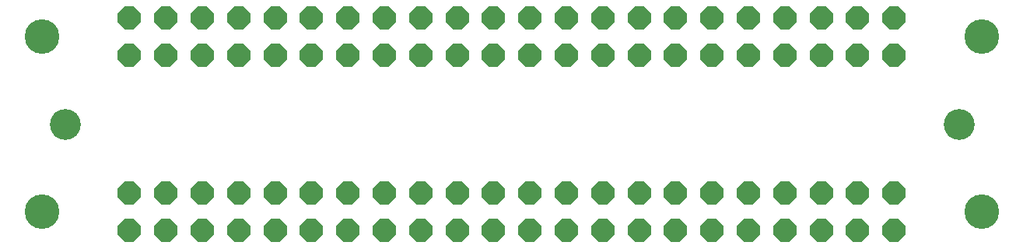
<source format=gbs>
G04 EAGLE Gerber RS-274X export*
G75*
%MOMM*%
%FSLAX34Y34*%
%LPD*%
%INSoldermask Bottom*%
%IPPOS*%
%AMOC8*
5,1,8,0,0,1.08239X$1,22.5*%
G01*
%ADD10C,3.352800*%
%ADD11P,2.694285X8X202.500000*%
%ADD12P,2.694285X8X22.500000*%
%ADD13C,3.759200*%


D10*
X63500Y146050D03*
X1035812Y146050D03*
D11*
X568960Y261620D03*
X568960Y220980D03*
X608584Y261620D03*
X648208Y261620D03*
X687832Y261620D03*
X727456Y261620D03*
X767080Y261620D03*
X806704Y261620D03*
X846328Y261620D03*
X885952Y261620D03*
X925576Y261620D03*
X965200Y261620D03*
X608584Y220980D03*
X648208Y220980D03*
X687832Y220980D03*
X727456Y220980D03*
X767080Y220980D03*
X806704Y220980D03*
X846328Y220980D03*
X885952Y220980D03*
X925576Y220980D03*
X965200Y220980D03*
D12*
X529336Y220980D03*
X529336Y261620D03*
X489712Y220980D03*
X450088Y220980D03*
X410464Y220980D03*
X370840Y220980D03*
X331216Y220980D03*
X291592Y220980D03*
X251968Y220980D03*
X212344Y220980D03*
X172720Y220980D03*
X133096Y220980D03*
X489712Y261620D03*
X450088Y261620D03*
X410464Y261620D03*
X370840Y261620D03*
X331216Y261620D03*
X291592Y261620D03*
X251968Y261620D03*
X212344Y261620D03*
X172720Y261620D03*
X133096Y261620D03*
D13*
X37592Y241300D03*
X1060704Y241300D03*
D11*
X568960Y71120D03*
X568960Y30480D03*
X608584Y71120D03*
X648208Y71120D03*
X687832Y71120D03*
X727456Y71120D03*
X767080Y71120D03*
X806704Y71120D03*
X846328Y71120D03*
X885952Y71120D03*
X925576Y71120D03*
X965200Y71120D03*
X608584Y30480D03*
X648208Y30480D03*
X687832Y30480D03*
X727456Y30480D03*
X767080Y30480D03*
X806704Y30480D03*
X846328Y30480D03*
X885952Y30480D03*
X925576Y30480D03*
X965200Y30480D03*
D12*
X529336Y30480D03*
X529336Y71120D03*
X489712Y30480D03*
X450088Y30480D03*
X410464Y30480D03*
X370840Y30480D03*
X331216Y30480D03*
X291592Y30480D03*
X251968Y30480D03*
X212344Y30480D03*
X172720Y30480D03*
X133096Y30480D03*
X489712Y71120D03*
X450088Y71120D03*
X410464Y71120D03*
X370840Y71120D03*
X331216Y71120D03*
X291592Y71120D03*
X251968Y71120D03*
X212344Y71120D03*
X172720Y71120D03*
X133096Y71120D03*
D13*
X37592Y50800D03*
X1060704Y50800D03*
M02*

</source>
